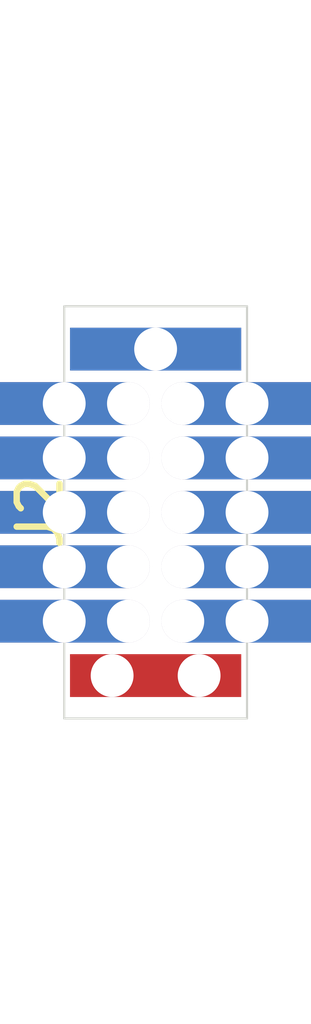
<source format=kicad_pcb>
(kicad_pcb (version 20240108) (generator "pcbnew") (generator_version "8.0")
  (layers (0 "F.Cu" signal) (31 "B.Cu" signal) (34 "B.Paste" user) (35 "F.Paste" user) (36 "B.SilkS" user "B.Silkscreen") (37 "F.SilkS" user "F.Silkscreen") (38 "B.Mask" user) (39 "F.Mask" user) (44 "Edge.Cuts" user))
  (net 0 "")
  (net 1 "Net-(J2-Pad10)")
  (net 2 "Net-(J2-Pad9)")
  (net 3 "Net-(J2-Pad8)")
  (net 4 "Net-(J2-Pad7)")
  (net 5 "Net-(J2-Pad6)")
  (net 6 "Net-(J2-Pad5)")
  (net 7 "Net-(J2-Pad4)")
  (net 8 "Net-(J2-Pad3)")
  (net 9 "Net-(J2-Pad2)")
  (net 10 "Net-(J2-Pad1)")
  (footprint "Connector:Tag-Connect_TC2050-IDC-NL_2x05_P1.27mm_Vertical" (layer "F.Cu") (at 148.75 101.75 -90)
    (property "Reference" "J2" (at 0 2.7 90) (layer "F.SilkS"))
    (property "Value" "Conn_02x05_Counter_Clockwise")
    (pad "" thru_hole rect (at -3.81 0 270) (size 1 4) (drill 1) (layers "*.Cu" "*.Mask"))
    (pad "" thru_hole circle (at 3.81 -1.016 270) (size 1 1) (drill 1) (layers "*.Cu" "*.Mask"))
    (pad "" smd rect (at 3.81 0 270) (size 1 4) (layers "F.Cu" "F.Paste" "F.Mask"))
    (pad "" thru_hole circle (at 3.81 1.016 270) (size 1 1) (drill 1) (layers "*.Cu" "*.Mask"))
    (pad "1" thru_hole circle (at -2.54 0.635 270) (size 1 1) (drill 1) (layers "*.Cu" "*.Mask") (net 10 "Net-(J2-Pad1)"))
    (pad "1" thru_hole rect (at -2.54 2.135 90) (size 1 3) (drill 1) (layers "*.Cu" "*.Mask") (net 10 "Net-(J2-Pad1)"))
    (pad "2" thru_hole circle (at -1.27 0.635 270) (size 1 1) (drill 1) (layers "*.Cu" "*.Mask") (net 9 "Net-(J2-Pad2)"))
    (pad "2" thru_hole rect (at -1.27 2.135 90) (size 1 3) (drill 1) (layers "*.Cu" "*.Mask") (net 9 "Net-(J2-Pad2)"))
    (pad "3" thru_hole circle (at 0 0.635 270) (size 1 1) (drill 1) (layers "*.Cu" "*.Mask") (net 8 "Net-(J2-Pad3)"))
    (pad "3" thru_hole rect (at 0 2.135 90) (size 1 3) (drill 1) (layers "*.Cu" "*.Mask") (net 8 "Net-(J2-Pad3)"))
    (pad "4" thru_hole circle (at 1.27 0.635 270) (size 1 1) (drill 1) (layers "*.Cu" "*.Mask") (net 7 "Net-(J2-Pad4)"))
    (pad "4" thru_hole rect (at 1.27 2.135 90) (size 1 3) (drill 1) (layers "*.Cu" "*.Mask") (net 7 "Net-(J2-Pad4)"))
    (pad "5" thru_hole circle (at 2.54 0.635 270) (size 1 1) (drill 1) (layers "*.Cu" "*.Mask") (net 6 "Net-(J2-Pad5)"))
    (pad "5" thru_hole rect (at 2.54 2.135 90) (size 1 3) (drill 1) (layers "*.Cu" "*.Mask") (net 6 "Net-(J2-Pad5)"))
    (pad "6" thru_hole rect (at 2.54 -2.135 270) (size 1 3) (drill 1) (layers "*.Cu" "*.Mask") (net 5 "Net-(J2-Pad6)"))
    (pad "6" thru_hole circle (at 2.54 -0.635 270) (size 1 1) (drill 1) (layers "*.Cu" "*.Mask") (net 5 "Net-(J2-Pad6)"))
    (pad "7" thru_hole rect (at 1.27 -2.135 270) (size 1 3) (drill 1) (layers "*.Cu" "*.Mask") (net 4 "Net-(J2-Pad7)"))
    (pad "7" thru_hole circle (at 1.27 -0.635 270) (size 1 1) (drill 1) (layers "*.Cu" "*.Mask") (net 4 "Net-(J2-Pad7)"))
    (pad "8" thru_hole rect (at 0 -2.135 270) (size 1 3) (drill 1) (layers "*.Cu" "*.Mask") (net 3 "Net-(J2-Pad8)"))
    (pad "8" thru_hole circle (at 0 -0.635 270) (size 1 1) (drill 1) (layers "*.Cu" "*.Mask") (net 3 "Net-(J2-Pad8)"))
    (pad "9" thru_hole rect (at -1.27 -2.135 270) (size 1 3) (drill 1) (layers "*.Cu" "*.Mask") (net 2 "Net-(J2-Pad9)"))
    (pad "9" thru_hole circle (at -1.27 -0.635 270) (size 1 1) (drill 1) (layers "*.Cu" "*.Mask") (net 2 "Net-(J2-Pad9)"))
    (pad "10" thru_hole rect (at -2.54 -2.135 270) (size 1 3) (drill 1) (layers "*.Cu" "*.Mask") (net 1 "Net-(J2-Pad10)"))
    (pad "10" thru_hole circle (at -2.54 -0.635 270) (size 1 1) (drill 1) (layers "*.Cu" "*.Mask") (net 1 "Net-(J2-Pad10)"))
  )
  (gr_line (start 150.885 106.56) (end 146.615 106.56) (stroke (width 0.05)) (layer "Edge.Cuts"))
  (gr_line (start 150.885 106.56) (end 150.885 96.94) (stroke (width 0.05)) (layer "Edge.Cuts"))
  (gr_line (start 146.615 96.94) (end 146.615 106.56) (stroke (width 0.05)) (layer "Edge.Cuts"))
  (gr_line (start 150.885 96.94) (end 146.615 96.94) (stroke (width 0.05)) (layer "Edge.Cuts"))
)
</source>
